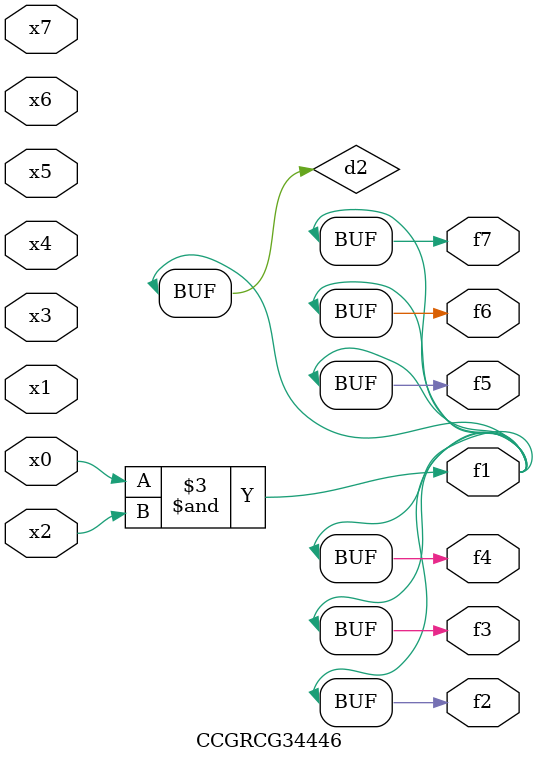
<source format=v>
module CCGRCG34446(
	input x0, x1, x2, x3, x4, x5, x6, x7,
	output f1, f2, f3, f4, f5, f6, f7
);

	wire d1, d2;

	nor (d1, x3, x6);
	and (d2, x0, x2);
	assign f1 = d2;
	assign f2 = d2;
	assign f3 = d2;
	assign f4 = d2;
	assign f5 = d2;
	assign f6 = d2;
	assign f7 = d2;
endmodule

</source>
